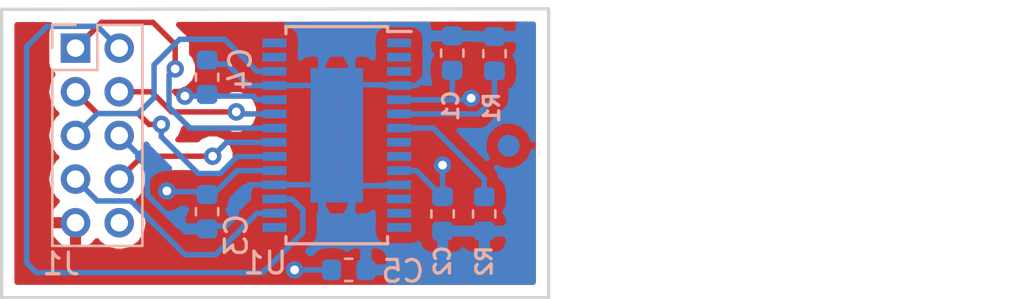
<source format=kicad_pcb>
(kicad_pcb (version 20171130) (host pcbnew 5.0.0-fee4fd1~66~ubuntu18.04.1)

  (general
    (thickness 1.6)
    (drawings 4)
    (tracks 129)
    (zones 0)
    (modules 10)
    (nets 12)
  )

  (page A4)
  (layers
    (0 F.Cu signal)
    (31 B.Cu signal)
    (32 B.Adhes user)
    (33 F.Adhes user)
    (34 B.Paste user)
    (35 F.Paste user)
    (36 B.SilkS user)
    (37 F.SilkS user)
    (38 B.Mask user)
    (39 F.Mask user)
    (40 Dwgs.User user)
    (41 Cmts.User user)
    (42 Eco1.User user)
    (43 Eco2.User user)
    (44 Edge.Cuts user)
    (45 Margin user)
    (46 B.CrtYd user)
    (47 F.CrtYd user)
    (48 B.Fab user)
    (49 F.Fab user)
  )

  (setup
    (last_trace_width 0.25)
    (trace_clearance 0.2)
    (zone_clearance 0.508)
    (zone_45_only no)
    (trace_min 0.2)
    (segment_width 0.2)
    (edge_width 0.15)
    (via_size 0.8)
    (via_drill 0.4)
    (via_min_size 0.4)
    (via_min_drill 0.3)
    (uvia_size 0.3)
    (uvia_drill 0.1)
    (uvias_allowed no)
    (uvia_min_size 0.2)
    (uvia_min_drill 0.1)
    (pcb_text_width 0.3)
    (pcb_text_size 1.5 1.5)
    (mod_edge_width 0.15)
    (mod_text_size 1 1)
    (mod_text_width 0.15)
    (pad_size 1.524 1.524)
    (pad_drill 0.762)
    (pad_to_mask_clearance 0.2)
    (aux_axis_origin 0 0)
    (visible_elements FFFFFF7F)
    (pcbplotparams
      (layerselection 0x010fc_ffffffff)
      (usegerberextensions false)
      (usegerberattributes false)
      (usegerberadvancedattributes false)
      (creategerberjobfile false)
      (excludeedgelayer true)
      (linewidth 0.100000)
      (plotframeref false)
      (viasonmask false)
      (mode 1)
      (useauxorigin false)
      (hpglpennumber 1)
      (hpglpenspeed 20)
      (hpglpendiameter 15.000000)
      (psnegative false)
      (psa4output false)
      (plotreference true)
      (plotvalue true)
      (plotinvisibletext false)
      (padsonsilk false)
      (subtractmaskfromsilk false)
      (outputformat 1)
      (mirror false)
      (drillshape 1)
      (scaleselection 1)
      (outputdirectory ""))
  )

  (net 0 "")
  (net 1 +3V3)
  (net 2 GND)
  (net 3 LFRAME#)
  (net 4 LAD2)
  (net 5 LAD1)
  (net 6 LAD0)
  (net 7 RST#)
  (net 8 LCLK)
  (net 9 "Net-(R1-Pad2)")
  (net 10 "Net-(R2-Pad2)")
  (net 11 LAD3)

  (net_class Default "This is the default net class."
    (clearance 0.2)
    (trace_width 0.25)
    (via_dia 0.8)
    (via_drill 0.4)
    (uvia_dia 0.3)
    (uvia_drill 0.1)
    (add_net +3V3)
    (add_net GND)
    (add_net LAD0)
    (add_net LAD1)
    (add_net LAD2)
    (add_net LAD3)
    (add_net LCLK)
    (add_net LFRAME#)
    (add_net "Net-(R1-Pad2)")
    (add_net "Net-(R2-Pad2)")
    (add_net RST#)
  )

  (module Resistor_SMD:R_0603_1608Metric (layer B.Cu) (tedit 5BA8F3C6) (tstamp 5BB5DE5A)
    (at 132.6896 104.3686 90)
    (descr "Resistor SMD 0603 (1608 Metric), square (rectangular) end terminal, IPC_7351 nominal, (Body size source: http://www.tortai-tech.com/upload/download/2011102023233369053.pdf), generated with kicad-footprint-generator")
    (tags resistor)
    (path /5BA8C6E4)
    (attr smd)
    (fp_text reference R2 (at -2.167197 0 90) (layer B.SilkS)
      (effects (font (size 0.7 0.7) (thickness 0.15)) (justify mirror))
    )
    (fp_text value 10k (at 0 -1.43 90) (layer B.Fab)
      (effects (font (size 1 1) (thickness 0.15)) (justify mirror))
    )
    (fp_text user %R (at 0 0 90) (layer B.Fab)
      (effects (font (size 0.4 0.4) (thickness 0.06)) (justify mirror))
    )
    (fp_line (start 1.48 -0.73) (end -1.48 -0.73) (layer B.CrtYd) (width 0.05))
    (fp_line (start 1.48 0.73) (end 1.48 -0.73) (layer B.CrtYd) (width 0.05))
    (fp_line (start -1.48 0.73) (end 1.48 0.73) (layer B.CrtYd) (width 0.05))
    (fp_line (start -1.48 -0.73) (end -1.48 0.73) (layer B.CrtYd) (width 0.05))
    (fp_line (start -0.162779 -0.51) (end 0.162779 -0.51) (layer B.SilkS) (width 0.12))
    (fp_line (start -0.162779 0.51) (end 0.162779 0.51) (layer B.SilkS) (width 0.12))
    (fp_line (start 0.8 -0.4) (end -0.8 -0.4) (layer B.Fab) (width 0.1))
    (fp_line (start 0.8 0.4) (end 0.8 -0.4) (layer B.Fab) (width 0.1))
    (fp_line (start -0.8 0.4) (end 0.8 0.4) (layer B.Fab) (width 0.1))
    (fp_line (start -0.8 -0.4) (end -0.8 0.4) (layer B.Fab) (width 0.1))
    (pad 2 smd roundrect (at 0.7875 0 90) (size 0.875 0.95) (layers B.Cu B.Paste B.Mask) (roundrect_rratio 0.25)
      (net 10 "Net-(R2-Pad2)"))
    (pad 1 smd roundrect (at -0.7875 0 90) (size 0.875 0.95) (layers B.Cu B.Paste B.Mask) (roundrect_rratio 0.25)
      (net 2 GND))
    (model ${KISYS3DMOD}/Resistor_SMD.3dshapes/R_0603_1608Metric.wrl
      (at (xyz 0 0 0))
      (scale (xyz 1 1 1))
      (rotate (xyz 0 0 0))
    )
  )

  (module Capacitor_SMD:C_0603_1608Metric (layer B.Cu) (tedit 5BA8F3CB) (tstamp 5BB5A9F0)
    (at 130.7846 104.3686 270)
    (descr "Capacitor SMD 0603 (1608 Metric), square (rectangular) end terminal, IPC_7351 nominal, (Body size source: http://www.tortai-tech.com/upload/download/2011102023233369053.pdf), generated with kicad-footprint-generator")
    (tags capacitor)
    (path /5BA9226E)
    (attr smd)
    (fp_text reference C2 (at 2.159 0 270) (layer B.SilkS)
      (effects (font (size 0.7 0.7) (thickness 0.15)) (justify mirror))
    )
    (fp_text value 100nF (at 0 -1.43 270) (layer B.Fab)
      (effects (font (size 1 1) (thickness 0.15)) (justify mirror))
    )
    (fp_text user %R (at 0 0 270) (layer B.Fab)
      (effects (font (size 0.4 0.4) (thickness 0.06)) (justify mirror))
    )
    (fp_line (start 1.48 -0.73) (end -1.48 -0.73) (layer B.CrtYd) (width 0.05))
    (fp_line (start 1.48 0.73) (end 1.48 -0.73) (layer B.CrtYd) (width 0.05))
    (fp_line (start -1.48 0.73) (end 1.48 0.73) (layer B.CrtYd) (width 0.05))
    (fp_line (start -1.48 -0.73) (end -1.48 0.73) (layer B.CrtYd) (width 0.05))
    (fp_line (start -0.162779 -0.51) (end 0.162779 -0.51) (layer B.SilkS) (width 0.12))
    (fp_line (start -0.162779 0.51) (end 0.162779 0.51) (layer B.SilkS) (width 0.12))
    (fp_line (start 0.8 -0.4) (end -0.8 -0.4) (layer B.Fab) (width 0.1))
    (fp_line (start 0.8 0.4) (end 0.8 -0.4) (layer B.Fab) (width 0.1))
    (fp_line (start -0.8 0.4) (end 0.8 0.4) (layer B.Fab) (width 0.1))
    (fp_line (start -0.8 -0.4) (end -0.8 0.4) (layer B.Fab) (width 0.1))
    (pad 2 smd roundrect (at 0.7875 0 270) (size 0.875 0.95) (layers B.Cu B.Paste B.Mask) (roundrect_rratio 0.25)
      (net 2 GND))
    (pad 1 smd roundrect (at -0.7875 0 270) (size 0.875 0.95) (layers B.Cu B.Paste B.Mask) (roundrect_rratio 0.25)
      (net 1 +3V3))
    (model ${KISYS3DMOD}/Capacitor_SMD.3dshapes/C_0603_1608Metric.wrl
      (at (xyz 0 0 0))
      (scale (xyz 1 1 1))
      (rotate (xyz 0 0 0))
    )
  )

  (module Connector_PinSocket_2.00mm:PinSocket_2x05_P2.00mm_Vertical (layer B.Cu) (tedit 5A19A427) (tstamp 5BC15473)
    (at 113.9952 96.774 180)
    (descr "Through hole straight socket strip, 2x05, 2.00mm pitch, double cols (from Kicad 4.0.7), script generated")
    (tags "Through hole socket strip THT 2x05 2.00mm double row")
    (path /5BA92036)
    (fp_text reference J1 (at 0.6604 -9.8806 180) (layer B.SilkS)
      (effects (font (size 1 1) (thickness 0.15)) (justify mirror))
    )
    (fp_text value "SLB9665 header" (at -3.2893 -10.16 180) (layer B.Fab)
      (effects (font (size 1 1) (thickness 0.15)) (justify mirror))
    )
    (fp_line (start -3 1) (end 0 1) (layer B.Fab) (width 0.1))
    (fp_line (start 0 1) (end 1 0) (layer B.Fab) (width 0.1))
    (fp_line (start 1 0) (end 1 -9) (layer B.Fab) (width 0.1))
    (fp_line (start 1 -9) (end -3 -9) (layer B.Fab) (width 0.1))
    (fp_line (start -3 -9) (end -3 1) (layer B.Fab) (width 0.1))
    (fp_line (start -3.06 1.06) (end -1 1.06) (layer B.SilkS) (width 0.12))
    (fp_line (start -3.06 1.06) (end -3.06 -9.06) (layer B.SilkS) (width 0.12))
    (fp_line (start -3.06 -9.06) (end 1.06 -9.06) (layer B.SilkS) (width 0.12))
    (fp_line (start 1.06 -1) (end 1.06 -9.06) (layer B.SilkS) (width 0.12))
    (fp_line (start -1 -1) (end 1.06 -1) (layer B.SilkS) (width 0.12))
    (fp_line (start -1 1.06) (end -1 -1) (layer B.SilkS) (width 0.12))
    (fp_line (start 1.06 1.06) (end 1.06 0) (layer B.SilkS) (width 0.12))
    (fp_line (start 0 1.06) (end 1.06 1.06) (layer B.SilkS) (width 0.12))
    (fp_line (start -3.5 1.5) (end 1.5 1.5) (layer B.CrtYd) (width 0.05))
    (fp_line (start 1.5 1.5) (end 1.5 -9.5) (layer B.CrtYd) (width 0.05))
    (fp_line (start 1.5 -9.5) (end -3.5 -9.5) (layer B.CrtYd) (width 0.05))
    (fp_line (start -3.5 -9.5) (end -3.5 1.5) (layer B.CrtYd) (width 0.05))
    (fp_text user %R (at -1 -4 90) (layer B.Fab)
      (effects (font (size 1 1) (thickness 0.15)) (justify mirror))
    )
    (pad 1 thru_hole rect (at 0 0 180) (size 1.35 1.35) (drill 0.8) (layers *.Cu *.Mask)
      (net 3 LFRAME#))
    (pad 2 thru_hole oval (at -2 0 180) (size 1.35 1.35) (drill 0.8) (layers *.Cu *.Mask)
      (net 11 LAD3))
    (pad 3 thru_hole oval (at 0 -2 180) (size 1.35 1.35) (drill 0.8) (layers *.Cu *.Mask)
      (net 4 LAD2))
    (pad 4 thru_hole oval (at -2 -2 180) (size 1.35 1.35) (drill 0.8) (layers *.Cu *.Mask)
      (net 5 LAD1))
    (pad 5 thru_hole oval (at 0 -4 180) (size 1.35 1.35) (drill 0.8) (layers *.Cu *.Mask)
      (net 6 LAD0))
    (pad 6 thru_hole oval (at -2 -4 180) (size 1.35 1.35) (drill 0.8) (layers *.Cu *.Mask)
      (net 2 GND))
    (pad 7 thru_hole oval (at 0 -6 180) (size 1.35 1.35) (drill 0.8) (layers *.Cu *.Mask)
      (net 7 RST#))
    (pad 8 thru_hole oval (at -2 -6 180) (size 1.35 1.35) (drill 0.8) (layers *.Cu *.Mask)
      (net 8 LCLK))
    (pad 9 thru_hole oval (at 0 -8 180) (size 1.35 1.35) (drill 0.8) (layers *.Cu *.Mask)
      (net 1 +3V3))
    (pad 10 thru_hole oval (at -2 -8 180) (size 1.35 1.35) (drill 0.8) (layers *.Cu *.Mask))
    (model ${KISYS3DMOD}/Connector_PinSocket_2.00mm.3dshapes/PinSocket_2x05_P2.00mm_Vertical.wrl
      (at (xyz 0 0 0))
      (scale (xyz 1 1 1))
      (rotate (xyz 0 0 0))
    )
  )

  (module Package_SO:TSSOP-28-1EP_4.4x9.7mm_P0.65mm (layer B.Cu) (tedit 5A02F25C) (tstamp 5BB5A859)
    (at 125.9459 100.7618 180)
    (descr "TSSOP28: plastic thin shrink small outline package; 28 leads; body width 4.4 mm; Exposed Pad Variation; (see NXP SSOP-TSSOP-VSO-REFLOW.pdf and sot361-1_po.pdf)")
    (tags "SSOP 0.65")
    (path /5BA8F941)
    (attr smd)
    (fp_text reference U1 (at 3.2639 -5.8547 180) (layer B.SilkS)
      (effects (font (size 1 1) (thickness 0.15)) (justify mirror))
    )
    (fp_text value SLB9665 (at 0 -5.9 180) (layer B.Fab)
      (effects (font (size 1 1) (thickness 0.15)) (justify mirror))
    )
    (fp_line (start -1.2 4.85) (end 2.2 4.85) (layer B.Fab) (width 0.15))
    (fp_line (start 2.2 4.85) (end 2.2 -4.85) (layer B.Fab) (width 0.15))
    (fp_line (start 2.2 -4.85) (end -2.2 -4.85) (layer B.Fab) (width 0.15))
    (fp_line (start -2.2 -4.85) (end -2.2 3.85) (layer B.Fab) (width 0.15))
    (fp_line (start -2.2 3.85) (end -1.2 4.85) (layer B.Fab) (width 0.15))
    (fp_line (start -3.65 5.15) (end -3.65 -5.15) (layer B.CrtYd) (width 0.05))
    (fp_line (start 3.65 5.15) (end 3.65 -5.15) (layer B.CrtYd) (width 0.05))
    (fp_line (start -3.65 5.15) (end 3.65 5.15) (layer B.CrtYd) (width 0.05))
    (fp_line (start -3.65 -5.15) (end 3.65 -5.15) (layer B.CrtYd) (width 0.05))
    (fp_line (start -2.325 4.975) (end -2.325 4.75) (layer B.SilkS) (width 0.15))
    (fp_line (start 2.325 4.975) (end 2.325 4.65) (layer B.SilkS) (width 0.15))
    (fp_line (start 2.325 -4.975) (end 2.325 -4.65) (layer B.SilkS) (width 0.15))
    (fp_line (start -2.325 -4.975) (end -2.325 -4.65) (layer B.SilkS) (width 0.15))
    (fp_line (start -2.325 4.975) (end 2.325 4.975) (layer B.SilkS) (width 0.15))
    (fp_line (start -2.325 -4.975) (end 2.325 -4.975) (layer B.SilkS) (width 0.15))
    (fp_line (start -2.325 4.75) (end -3.4 4.75) (layer B.SilkS) (width 0.15))
    (fp_text user %R (at 0 0 180) (layer B.Fab)
      (effects (font (size 0.8 0.8) (thickness 0.15)) (justify mirror))
    )
    (pad 1 smd rect (at -2.85 4.225 180) (size 1.1 0.4) (layers B.Cu B.Paste B.Mask))
    (pad 2 smd rect (at -2.85 3.575 180) (size 1.1 0.4) (layers B.Cu B.Paste B.Mask))
    (pad 3 smd rect (at -2.85 2.925 180) (size 1.1 0.4) (layers B.Cu B.Paste B.Mask))
    (pad 4 smd rect (at -2.85 2.275 180) (size 1.1 0.4) (layers B.Cu B.Paste B.Mask)
      (net 2 GND))
    (pad 5 smd rect (at -2.85 1.625 180) (size 1.1 0.4) (layers B.Cu B.Paste B.Mask)
      (net 1 +3V3))
    (pad 6 smd rect (at -2.85 0.975 180) (size 1.1 0.4) (layers B.Cu B.Paste B.Mask)
      (net 9 "Net-(R1-Pad2)"))
    (pad 7 smd rect (at -2.85 0.325 180) (size 1.1 0.4) (layers B.Cu B.Paste B.Mask)
      (net 10 "Net-(R2-Pad2)"))
    (pad 8 smd rect (at -2.85 -0.325 180) (size 1.1 0.4) (layers B.Cu B.Paste B.Mask))
    (pad 9 smd rect (at -2.85 -0.975 180) (size 1.1 0.4) (layers B.Cu B.Paste B.Mask))
    (pad 10 smd rect (at -2.85 -1.625 180) (size 1.1 0.4) (layers B.Cu B.Paste B.Mask)
      (net 1 +3V3))
    (pad 11 smd rect (at -2.85 -2.275 180) (size 1.1 0.4) (layers B.Cu B.Paste B.Mask)
      (net 2 GND))
    (pad 12 smd rect (at -2.85 -2.925 180) (size 1.1 0.4) (layers B.Cu B.Paste B.Mask))
    (pad 13 smd rect (at -2.85 -3.575 180) (size 1.1 0.4) (layers B.Cu B.Paste B.Mask))
    (pad 14 smd rect (at -2.85 -4.225 180) (size 1.1 0.4) (layers B.Cu B.Paste B.Mask))
    (pad 15 smd rect (at 2.85 -4.225 180) (size 1.1 0.4) (layers B.Cu B.Paste B.Mask))
    (pad 16 smd rect (at 2.85 -3.575 180) (size 1.1 0.4) (layers B.Cu B.Paste B.Mask)
      (net 7 RST#))
    (pad 17 smd rect (at 2.85 -2.925 180) (size 1.1 0.4) (layers B.Cu B.Paste B.Mask)
      (net 11 LAD3))
    (pad 18 smd rect (at 2.85 -2.275 180) (size 1.1 0.4) (layers B.Cu B.Paste B.Mask)
      (net 2 GND))
    (pad 19 smd rect (at 2.85 -1.625 180) (size 1.1 0.4) (layers B.Cu B.Paste B.Mask)
      (net 1 +3V3))
    (pad 20 smd rect (at 2.85 -0.975 180) (size 1.1 0.4) (layers B.Cu B.Paste B.Mask)
      (net 4 LAD2))
    (pad 21 smd rect (at 2.85 -0.325 180) (size 1.1 0.4) (layers B.Cu B.Paste B.Mask)
      (net 8 LCLK))
    (pad 22 smd rect (at 2.85 0.325 180) (size 1.1 0.4) (layers B.Cu B.Paste B.Mask)
      (net 3 LFRAME#))
    (pad 23 smd rect (at 2.85 0.975 180) (size 1.1 0.4) (layers B.Cu B.Paste B.Mask)
      (net 5 LAD1))
    (pad 24 smd rect (at 2.85 1.625 180) (size 1.1 0.4) (layers B.Cu B.Paste B.Mask)
      (net 1 +3V3))
    (pad 25 smd rect (at 2.85 2.275 180) (size 1.1 0.4) (layers B.Cu B.Paste B.Mask)
      (net 2 GND))
    (pad 26 smd rect (at 2.85 2.925 180) (size 1.1 0.4) (layers B.Cu B.Paste B.Mask)
      (net 6 LAD0))
    (pad 27 smd rect (at 2.85 3.575 180) (size 1.1 0.4) (layers B.Cu B.Paste B.Mask))
    (pad 28 smd rect (at 2.85 4.225 180) (size 1.1 0.4) (layers B.Cu B.Paste B.Mask))
    (pad 29 smd rect (at 0.6 -2.31375 180) (size 1.2 1.5425) (layers B.Cu B.Paste B.Mask)
      (net 2 GND) (solder_paste_margin_ratio -0.2))
    (pad 29 smd rect (at 0.6 -0.77125 180) (size 1.2 1.5425) (layers B.Cu B.Paste B.Mask)
      (net 2 GND) (solder_paste_margin_ratio -0.2))
    (pad 29 smd rect (at 0.6 0.77125 180) (size 1.2 1.5425) (layers B.Cu B.Paste B.Mask)
      (net 2 GND) (solder_paste_margin_ratio -0.2))
    (pad 29 smd rect (at 0.6 2.31375 180) (size 1.2 1.5425) (layers B.Cu B.Paste B.Mask)
      (net 2 GND) (solder_paste_margin_ratio -0.2))
    (pad 29 smd rect (at -0.6 -2.31375 180) (size 1.2 1.5425) (layers B.Cu B.Paste B.Mask)
      (net 2 GND) (solder_paste_margin_ratio -0.2))
    (pad 29 smd rect (at -0.6 -0.77125 180) (size 1.2 1.5425) (layers B.Cu B.Paste B.Mask)
      (net 2 GND) (solder_paste_margin_ratio -0.2))
    (pad 29 smd rect (at -0.6 0.77125 180) (size 1.2 1.5425) (layers B.Cu B.Paste B.Mask)
      (net 2 GND) (solder_paste_margin_ratio -0.2))
    (pad 29 smd rect (at -0.6 2.31375 180) (size 1.2 1.5425) (layers B.Cu B.Paste B.Mask)
      (net 2 GND) (solder_paste_margin_ratio -0.2))
    (model ${KISYS3DMOD}/Package_SO.3dshapes/TSSOP-28_4.4x9.7mm_Pitch0.65mm.wrl
      (at (xyz 0 0 0))
      (scale (xyz 1 1 1))
      (rotate (xyz 0 0 0))
    )
  )

  (module Capacitor_SMD:C_0603_1608Metric (layer B.Cu) (tedit 5BA8F3A9) (tstamp 5BB5A8DF)
    (at 131.2291 97.0026 90)
    (descr "Capacitor SMD 0603 (1608 Metric), square (rectangular) end terminal, IPC_7351 nominal, (Body size source: http://www.tortai-tech.com/upload/download/2011102023233369053.pdf), generated with kicad-footprint-generator")
    (tags capacitor)
    (path /5BA921FD)
    (attr smd)
    (fp_text reference C1 (at -2.413 -0.0635 90) (layer B.SilkS)
      (effects (font (size 0.7 0.7) (thickness 0.15)) (justify mirror))
    )
    (fp_text value 100nF (at 0 -1.43 90) (layer B.Fab)
      (effects (font (size 1 1) (thickness 0.15)) (justify mirror))
    )
    (fp_line (start -0.8 -0.4) (end -0.8 0.4) (layer B.Fab) (width 0.1))
    (fp_line (start -0.8 0.4) (end 0.8 0.4) (layer B.Fab) (width 0.1))
    (fp_line (start 0.8 0.4) (end 0.8 -0.4) (layer B.Fab) (width 0.1))
    (fp_line (start 0.8 -0.4) (end -0.8 -0.4) (layer B.Fab) (width 0.1))
    (fp_line (start -0.162779 0.51) (end 0.162779 0.51) (layer B.SilkS) (width 0.12))
    (fp_line (start -0.162779 -0.51) (end 0.162779 -0.51) (layer B.SilkS) (width 0.12))
    (fp_line (start -1.48 -0.73) (end -1.48 0.73) (layer B.CrtYd) (width 0.05))
    (fp_line (start -1.48 0.73) (end 1.48 0.73) (layer B.CrtYd) (width 0.05))
    (fp_line (start 1.48 0.73) (end 1.48 -0.73) (layer B.CrtYd) (width 0.05))
    (fp_line (start 1.48 -0.73) (end -1.48 -0.73) (layer B.CrtYd) (width 0.05))
    (fp_text user %R (at 0 0 90) (layer B.Fab)
      (effects (font (size 0.4 0.4) (thickness 0.06)) (justify mirror))
    )
    (pad 1 smd roundrect (at -0.7875 0 90) (size 0.875 0.95) (layers B.Cu B.Paste B.Mask) (roundrect_rratio 0.25)
      (net 1 +3V3))
    (pad 2 smd roundrect (at 0.7875 0 90) (size 0.875 0.95) (layers B.Cu B.Paste B.Mask) (roundrect_rratio 0.25)
      (net 2 GND))
    (model ${KISYS3DMOD}/Capacitor_SMD.3dshapes/C_0603_1608Metric.wrl
      (at (xyz 0 0 0))
      (scale (xyz 1 1 1))
      (rotate (xyz 0 0 0))
    )
  )

  (module Capacitor_SMD:C_0603_1608Metric (layer B.Cu) (tedit 5BA8F026) (tstamp 5BB5B9C4)
    (at 120.015 104.267 270)
    (descr "Capacitor SMD 0603 (1608 Metric), square (rectangular) end terminal, IPC_7351 nominal, (Body size source: http://www.tortai-tech.com/upload/download/2011102023233369053.pdf), generated with kicad-footprint-generator")
    (tags capacitor)
    (path /5BA922AC)
    (attr smd)
    (fp_text reference C3 (at 1.0795 -1.3335 270) (layer B.SilkS)
      (effects (font (size 1 1) (thickness 0.15)) (justify mirror))
    )
    (fp_text value 100nF (at 0 -1.43 270) (layer B.Fab)
      (effects (font (size 1 1) (thickness 0.15)) (justify mirror))
    )
    (fp_line (start -0.8 -0.4) (end -0.8 0.4) (layer B.Fab) (width 0.1))
    (fp_line (start -0.8 0.4) (end 0.8 0.4) (layer B.Fab) (width 0.1))
    (fp_line (start 0.8 0.4) (end 0.8 -0.4) (layer B.Fab) (width 0.1))
    (fp_line (start 0.8 -0.4) (end -0.8 -0.4) (layer B.Fab) (width 0.1))
    (fp_line (start -0.162779 0.51) (end 0.162779 0.51) (layer B.SilkS) (width 0.12))
    (fp_line (start -0.162779 -0.51) (end 0.162779 -0.51) (layer B.SilkS) (width 0.12))
    (fp_line (start -1.48 -0.73) (end -1.48 0.73) (layer B.CrtYd) (width 0.05))
    (fp_line (start -1.48 0.73) (end 1.48 0.73) (layer B.CrtYd) (width 0.05))
    (fp_line (start 1.48 0.73) (end 1.48 -0.73) (layer B.CrtYd) (width 0.05))
    (fp_line (start 1.48 -0.73) (end -1.48 -0.73) (layer B.CrtYd) (width 0.05))
    (fp_text user %R (at 0 0 270) (layer B.Fab)
      (effects (font (size 0.4 0.4) (thickness 0.06)) (justify mirror))
    )
    (pad 1 smd roundrect (at -0.7875 0 270) (size 0.875 0.95) (layers B.Cu B.Paste B.Mask) (roundrect_rratio 0.25)
      (net 1 +3V3))
    (pad 2 smd roundrect (at 0.7875 0 270) (size 0.875 0.95) (layers B.Cu B.Paste B.Mask) (roundrect_rratio 0.25)
      (net 2 GND))
    (model ${KISYS3DMOD}/Capacitor_SMD.3dshapes/C_0603_1608Metric.wrl
      (at (xyz 0 0 0))
      (scale (xyz 1 1 1))
      (rotate (xyz 0 0 0))
    )
  )

  (module Capacitor_SMD:C_0603_1608Metric (layer B.Cu) (tedit 5BA8F28C) (tstamp 5BB5A969)
    (at 120.015 98.1075 90)
    (descr "Capacitor SMD 0603 (1608 Metric), square (rectangular) end terminal, IPC_7351 nominal, (Body size source: http://www.tortai-tech.com/upload/download/2011102023233369053.pdf), generated with kicad-footprint-generator")
    (tags capacitor)
    (path /5BA922DA)
    (attr smd)
    (fp_text reference C4 (at 0.381 1.524 90) (layer B.SilkS)
      (effects (font (size 1 1) (thickness 0.15)) (justify mirror))
    )
    (fp_text value 100nF (at 0 -1.43 90) (layer B.Fab)
      (effects (font (size 1 1) (thickness 0.15)) (justify mirror))
    )
    (fp_text user %R (at 0 0 90) (layer B.Fab)
      (effects (font (size 0.4 0.4) (thickness 0.06)) (justify mirror))
    )
    (fp_line (start 1.48 -0.73) (end -1.48 -0.73) (layer B.CrtYd) (width 0.05))
    (fp_line (start 1.48 0.73) (end 1.48 -0.73) (layer B.CrtYd) (width 0.05))
    (fp_line (start -1.48 0.73) (end 1.48 0.73) (layer B.CrtYd) (width 0.05))
    (fp_line (start -1.48 -0.73) (end -1.48 0.73) (layer B.CrtYd) (width 0.05))
    (fp_line (start -0.162779 -0.51) (end 0.162779 -0.51) (layer B.SilkS) (width 0.12))
    (fp_line (start -0.162779 0.51) (end 0.162779 0.51) (layer B.SilkS) (width 0.12))
    (fp_line (start 0.8 -0.4) (end -0.8 -0.4) (layer B.Fab) (width 0.1))
    (fp_line (start 0.8 0.4) (end 0.8 -0.4) (layer B.Fab) (width 0.1))
    (fp_line (start -0.8 0.4) (end 0.8 0.4) (layer B.Fab) (width 0.1))
    (fp_line (start -0.8 -0.4) (end -0.8 0.4) (layer B.Fab) (width 0.1))
    (pad 2 smd roundrect (at 0.7875 0 90) (size 0.875 0.95) (layers B.Cu B.Paste B.Mask) (roundrect_rratio 0.25)
      (net 2 GND))
    (pad 1 smd roundrect (at -0.7875 0 90) (size 0.875 0.95) (layers B.Cu B.Paste B.Mask) (roundrect_rratio 0.25)
      (net 1 +3V3))
    (model ${KISYS3DMOD}/Capacitor_SMD.3dshapes/C_0603_1608Metric.wrl
      (at (xyz 0 0 0))
      (scale (xyz 1 1 1))
      (rotate (xyz 0 0 0))
    )
  )

  (module Capacitor_SMD:C_0603_1608Metric (layer B.Cu) (tedit 5B301BBE) (tstamp 5BB5A046)
    (at 126.492 106.934)
    (descr "Capacitor SMD 0603 (1608 Metric), square (rectangular) end terminal, IPC_7351 nominal, (Body size source: http://www.tortai-tech.com/upload/download/2011102023233369053.pdf), generated with kicad-footprint-generator")
    (tags capacitor)
    (path /5BA957C9)
    (attr smd)
    (fp_text reference C5 (at 2.4765 0.0635) (layer B.SilkS)
      (effects (font (size 1 1) (thickness 0.15)) (justify mirror))
    )
    (fp_text value 1uF (at 0 -1.43) (layer B.Fab)
      (effects (font (size 1 1) (thickness 0.15)) (justify mirror))
    )
    (fp_line (start -0.8 -0.4) (end -0.8 0.4) (layer B.Fab) (width 0.1))
    (fp_line (start -0.8 0.4) (end 0.8 0.4) (layer B.Fab) (width 0.1))
    (fp_line (start 0.8 0.4) (end 0.8 -0.4) (layer B.Fab) (width 0.1))
    (fp_line (start 0.8 -0.4) (end -0.8 -0.4) (layer B.Fab) (width 0.1))
    (fp_line (start -0.162779 0.51) (end 0.162779 0.51) (layer B.SilkS) (width 0.12))
    (fp_line (start -0.162779 -0.51) (end 0.162779 -0.51) (layer B.SilkS) (width 0.12))
    (fp_line (start -1.48 -0.73) (end -1.48 0.73) (layer B.CrtYd) (width 0.05))
    (fp_line (start -1.48 0.73) (end 1.48 0.73) (layer B.CrtYd) (width 0.05))
    (fp_line (start 1.48 0.73) (end 1.48 -0.73) (layer B.CrtYd) (width 0.05))
    (fp_line (start 1.48 -0.73) (end -1.48 -0.73) (layer B.CrtYd) (width 0.05))
    (fp_text user %R (at 0 0) (layer B.Fab)
      (effects (font (size 0.4 0.4) (thickness 0.06)) (justify mirror))
    )
    (pad 1 smd roundrect (at -0.7875 0) (size 0.875 0.95) (layers B.Cu B.Paste B.Mask) (roundrect_rratio 0.25)
      (net 1 +3V3))
    (pad 2 smd roundrect (at 0.7875 0) (size 0.875 0.95) (layers B.Cu B.Paste B.Mask) (roundrect_rratio 0.25)
      (net 2 GND))
    (model ${KISYS3DMOD}/Capacitor_SMD.3dshapes/C_0603_1608Metric.wrl
      (at (xyz 0 0 0))
      (scale (xyz 1 1 1))
      (rotate (xyz 0 0 0))
    )
  )

  (module Resistor_SMD:R_0603_1608Metric (layer B.Cu) (tedit 5BA8F3B3) (tstamp 5BB5AA3E)
    (at 133.1595 97.028 270)
    (descr "Resistor SMD 0603 (1608 Metric), square (rectangular) end terminal, IPC_7351 nominal, (Body size source: http://www.tortai-tech.com/upload/download/2011102023233369053.pdf), generated with kicad-footprint-generator")
    (tags resistor)
    (path /5BA8C673)
    (attr smd)
    (fp_text reference R1 (at 2.4765 0.127 270) (layer B.SilkS)
      (effects (font (size 0.7 0.7) (thickness 0.15)) (justify mirror))
    )
    (fp_text value 10k (at 0 -1.43 270) (layer B.Fab)
      (effects (font (size 1 1) (thickness 0.15)) (justify mirror))
    )
    (fp_line (start -0.8 -0.4) (end -0.8 0.4) (layer B.Fab) (width 0.1))
    (fp_line (start -0.8 0.4) (end 0.8 0.4) (layer B.Fab) (width 0.1))
    (fp_line (start 0.8 0.4) (end 0.8 -0.4) (layer B.Fab) (width 0.1))
    (fp_line (start 0.8 -0.4) (end -0.8 -0.4) (layer B.Fab) (width 0.1))
    (fp_line (start -0.162779 0.51) (end 0.162779 0.51) (layer B.SilkS) (width 0.12))
    (fp_line (start -0.162779 -0.51) (end 0.162779 -0.51) (layer B.SilkS) (width 0.12))
    (fp_line (start -1.48 -0.73) (end -1.48 0.73) (layer B.CrtYd) (width 0.05))
    (fp_line (start -1.48 0.73) (end 1.48 0.73) (layer B.CrtYd) (width 0.05))
    (fp_line (start 1.48 0.73) (end 1.48 -0.73) (layer B.CrtYd) (width 0.05))
    (fp_line (start 1.48 -0.73) (end -1.48 -0.73) (layer B.CrtYd) (width 0.05))
    (fp_text user %R (at 0 0 270) (layer B.Fab)
      (effects (font (size 0.4 0.4) (thickness 0.06)) (justify mirror))
    )
    (pad 1 smd roundrect (at -0.7875 0 270) (size 0.875 0.95) (layers B.Cu B.Paste B.Mask) (roundrect_rratio 0.25)
      (net 2 GND))
    (pad 2 smd roundrect (at 0.7875 0 270) (size 0.875 0.95) (layers B.Cu B.Paste B.Mask) (roundrect_rratio 0.25)
      (net 9 "Net-(R1-Pad2)"))
    (model ${KISYS3DMOD}/Resistor_SMD.3dshapes/R_0603_1608Metric.wrl
      (at (xyz 0 0 0))
      (scale (xyz 1 1 1))
      (rotate (xyz 0 0 0))
    )
  )

  (module Fiducial:Fiducial_1mm_Dia_2mm_Outer (layer B.Cu) (tedit 5BA8F95F) (tstamp 5BB5E626)
    (at 133.8072 101.2444)
    (descr "Circular Fiducial, 1mm bare copper top; 2mm keepout (Level A)")
    (tags marker)
    (attr virtual)
    (fp_text reference REF** (at 0 2) (layer B.SilkS) hide
      (effects (font (size 1 1) (thickness 0.15)) (justify mirror))
    )
    (fp_text value Fiducial_1mm_Dia_2mm_Outer (at 12.1666 -1.3208) (layer B.Fab)
      (effects (font (size 1 1) (thickness 0.15)) (justify mirror))
    )
    (fp_circle (center 0 0) (end 1.25 0) (layer B.CrtYd) (width 0.05))
    (fp_text user %R (at 0 0) (layer B.Fab)
      (effects (font (size 0.4 0.4) (thickness 0.06)) (justify mirror))
    )
    (fp_circle (center 0 0) (end 1 0) (layer B.Fab) (width 0.1))
    (pad ~ smd circle (at 0 0) (size 1 1) (layers B.Cu B.Mask)
      (solder_mask_margin 0.5) (clearance 0.5))
  )

  (gr_line (start 110.617 108.204) (end 110.617 94.996) (layer Edge.Cuts) (width 0.15))
  (gr_line (start 135.636 108.204) (end 110.617 108.204) (layer Edge.Cuts) (width 0.15))
  (gr_line (start 135.636 94.9706) (end 135.636 108.204) (layer Edge.Cuts) (width 0.15))
  (gr_line (start 110.617 94.996) (end 135.636 94.9706) (layer Edge.Cuts) (width 0.15))

  (segment (start 132.0927 99.2124) (end 131.8895 99.0092) (width 0.25) (layer F.Cu) (net 1) (tstamp 5BB5A81C))
  (segment (start 132.0177 99.14025) (end 132.0927 99.06525) (width 0.25) (layer B.Cu) (net 1) (tstamp 5BB5A933))
  (via (at 132.0927 99.06525) (size 0.8) (drill 0.4) (layers F.Cu B.Cu) (net 1) (tstamp 5BB5A93F))
  (segment (start 132.0927 99.06525) (end 132.0927 99.2124) (width 0.25) (layer F.Cu) (net 1) (tstamp 5BB5A81F))
  (segment (start 123.053988 102.344888) (end 123.0959 102.3868) (width 0.25) (layer B.Cu) (net 1) (tstamp 5BB5A816))
  (via (at 124.0155 106.934) (size 0.8) (drill 0.4) (layers F.Cu B.Cu) (net 1))
  (segment (start 125.7045 106.934) (end 124.0155 106.934) (width 0.25) (layer B.Cu) (net 1))
  (segment (start 131.2291 99.11485) (end 131.2545 99.14025) (width 0.25) (layer B.Cu) (net 1))
  (segment (start 131.2291 97.7901) (end 131.2291 99.11485) (width 0.25) (layer B.Cu) (net 1))
  (segment (start 130.79325 99.14025) (end 131.2545 99.14025) (width 0.25) (layer B.Cu) (net 1))
  (segment (start 131.2545 99.14025) (end 132.0177 99.14025) (width 0.25) (layer B.Cu) (net 1))
  (segment (start 123.091988 102.382888) (end 123.0959 102.3868) (width 0.25) (layer B.Cu) (net 1))
  (via (at 118.1735 103.3145) (size 0.8) (drill 0.4) (layers F.Cu B.Cu) (net 1))
  (segment (start 119.634 103.3525) (end 118.2115 103.3525) (width 0.25) (layer B.Cu) (net 1))
  (segment (start 118.2115 103.3525) (end 118.1735 103.3145) (width 0.25) (layer B.Cu) (net 1))
  (segment (start 130.7898 99.1368) (end 130.79325 99.14025) (width 0.25) (layer B.Cu) (net 1))
  (segment (start 128.7959 99.1368) (end 130.7898 99.1368) (width 0.25) (layer B.Cu) (net 1))
  (segment (start 119.634 103.3525) (end 120.416415 103.3525) (width 0.25) (layer B.Cu) (net 1))
  (segment (start 121.382115 102.3868) (end 122.2959 102.3868) (width 0.25) (layer B.Cu) (net 1))
  (segment (start 122.2959 102.3868) (end 123.0959 102.3868) (width 0.25) (layer B.Cu) (net 1))
  (segment (start 120.416415 103.3525) (end 121.382115 102.3868) (width 0.25) (layer B.Cu) (net 1))
  (segment (start 122.2959 99.1368) (end 122.12909 98.96999) (width 0.25) (layer B.Cu) (net 1))
  (segment (start 123.0959 99.1368) (end 122.2959 99.1368) (width 0.25) (layer B.Cu) (net 1))
  (segment (start 119.564685 98.96999) (end 118.999 98.96999) (width 0.25) (layer B.Cu) (net 1))
  (via (at 118.999 98.96999) (size 0.8) (drill 0.4) (layers F.Cu B.Cu) (net 1))
  (segment (start 122.12909 98.96999) (end 119.564685 98.96999) (width 0.25) (layer B.Cu) (net 1))
  (segment (start 129.5903 102.3868) (end 130.7846 103.5811) (width 0.25) (layer B.Cu) (net 1))
  (segment (start 128.7959 102.3868) (end 129.5903 102.3868) (width 0.25) (layer B.Cu) (net 1))
  (via (at 130.7846 102.1334) (size 0.8) (drill 0.4) (layers F.Cu B.Cu) (net 1))
  (segment (start 130.7846 103.5811) (end 130.7846 102.1334) (width 0.25) (layer B.Cu) (net 1))
  (segment (start 125.81175 103.04025) (end 125.8505 103.079) (width 0.25) (layer B.Cu) (net 2) (tstamp 5BB5A942))
  (segment (start 128.06175 103.079) (end 128.1005 103.04025) (width 0.25) (layer B.Cu) (net 2) (tstamp 5BB5A7F5))
  (segment (start 125.8505 103.079) (end 128.06175 103.079) (width 0.25) (layer B.Cu) (net 2) (tstamp 5BB5A7F8))
  (segment (start 128.1005 103.04025) (end 128.9005 103.04025) (width 0.25) (layer B.Cu) (net 2) (tstamp 5BB5AA26))
  (segment (start 125.8505 98.4515) (end 125.81175 98.49025) (width 0.25) (layer B.Cu) (net 2) (tstamp 5BB5A930))
  (segment (start 128.06175 98.4515) (end 125.8505 98.4515) (width 0.25) (layer B.Cu) (net 2) (tstamp 5BB5AA23))
  (segment (start 128.1005 98.49025) (end 128.06175 98.4515) (width 0.25) (layer B.Cu) (net 2) (tstamp 5BB5A927))
  (segment (start 128.9005 98.49025) (end 128.1005 98.49025) (width 0.25) (layer B.Cu) (net 2) (tstamp 5BB5A9C0))
  (segment (start 129.5959 98.4868) (end 130.1115 97.9712) (width 0.25) (layer B.Cu) (net 2))
  (segment (start 128.7959 98.4868) (end 129.5959 98.4868) (width 0.25) (layer B.Cu) (net 2))
  (segment (start 130.1115 97.9712) (end 130.1115 96.393) (width 0.25) (layer B.Cu) (net 2))
  (segment (start 130.2894 96.2151) (end 131.2291 96.2151) (width 0.25) (layer B.Cu) (net 2))
  (segment (start 130.1115 96.393) (end 130.2894 96.2151) (width 0.25) (layer B.Cu) (net 2))
  (segment (start 125.30715 103.0368) (end 125.3459 103.07555) (width 0.25) (layer B.Cu) (net 2))
  (segment (start 123.0959 103.0368) (end 125.30715 103.0368) (width 0.25) (layer B.Cu) (net 2))
  (segment (start 120.3325 97.5105) (end 120.942 97.5105) (width 0.25) (layer B.Cu) (net 2))
  (segment (start 121.9183 98.4868) (end 123.0959 98.4868) (width 0.25) (layer B.Cu) (net 2))
  (segment (start 120.942 97.5105) (end 121.9183 98.4868) (width 0.25) (layer B.Cu) (net 2))
  (segment (start 125.30715 98.4868) (end 125.3459 98.44805) (width 0.25) (layer B.Cu) (net 2))
  (segment (start 123.0959 98.4868) (end 125.30715 98.4868) (width 0.25) (layer B.Cu) (net 2))
  (segment (start 119.634 104.9275) (end 120.8785 104.9275) (width 0.25) (layer B.Cu) (net 2))
  (segment (start 120.8785 104.9275) (end 121.3485 104.4575) (width 0.25) (layer B.Cu) (net 2))
  (segment (start 121.3485 104.4575) (end 121.3485 103.632) (width 0.25) (layer B.Cu) (net 2))
  (segment (start 121.9437 103.0368) (end 123.0959 103.0368) (width 0.25) (layer B.Cu) (net 2))
  (segment (start 121.3485 103.632) (end 121.9437 103.0368) (width 0.25) (layer B.Cu) (net 2))
  (segment (start 118.713498 104.9275) (end 117.2845 103.498502) (width 0.25) (layer B.Cu) (net 2))
  (segment (start 119.634 104.9275) (end 118.713498 104.9275) (width 0.25) (layer B.Cu) (net 2))
  (segment (start 117.2845 102.0633) (end 115.9952 100.774) (width 0.25) (layer B.Cu) (net 2))
  (segment (start 117.2845 103.498502) (end 117.2845 102.0633) (width 0.25) (layer B.Cu) (net 2))
  (segment (start 113.9952 96.774) (end 113.9952 96.7867) (width 0.25) (layer F.Cu) (net 3) (tstamp 5BB5A93C))
  (segment (start 113.9952 96.7867) (end 115.1879 95.594) (width 0.25) (layer F.Cu) (net 3) (tstamp 5BB5A939))
  (segment (start 123.0959 100.4368) (end 119.2328 100.4368) (width 0.25) (layer B.Cu) (net 3))
  (via (at 118.5545 97.7265) (size 0.8) (drill 0.4) (layers F.Cu B.Cu) (net 3))
  (segment (start 118.273999 98.007001) (end 118.5545 97.7265) (width 0.25) (layer B.Cu) (net 3))
  (segment (start 119.2328 100.4368) (end 118.273999 99.477999) (width 0.25) (layer B.Cu) (net 3))
  (segment (start 118.273999 99.477999) (end 118.273999 98.007001) (width 0.25) (layer B.Cu) (net 3))
  (segment (start 118.5545 97.7265) (end 118.5545 96.61) (width 0.25) (layer F.Cu) (net 3))
  (segment (start 115.1879 95.594) (end 117.5385 95.594) (width 0.25) (layer F.Cu) (net 3))
  (segment (start 118.5545 96.61) (end 117.5385 95.594) (width 0.25) (layer F.Cu) (net 3))
  (via (at 117.9195 100.2665) (size 0.8) (drill 0.4) (layers F.Cu B.Cu) (net 4))
  (segment (start 114.9952 99.774) (end 114.670199 99.448999) (width 0.25) (layer F.Cu) (net 4))
  (segment (start 114.670199 99.448999) (end 113.9952 98.774) (width 0.25) (layer F.Cu) (net 4))
  (segment (start 116.861315 99.774) (end 114.9952 99.774) (width 0.25) (layer F.Cu) (net 4))
  (segment (start 117.353815 100.2665) (end 116.861315 99.774) (width 0.25) (layer F.Cu) (net 4))
  (segment (start 117.9195 100.2665) (end 117.353815 100.2665) (width 0.25) (layer F.Cu) (net 4))
  (segment (start 121.395704 101.7368) (end 120.617002 102.515502) (width 0.25) (layer B.Cu) (net 4))
  (segment (start 123.0959 101.7368) (end 121.395704 101.7368) (width 0.25) (layer B.Cu) (net 4))
  (segment (start 117.9195 100.832185) (end 117.9195 100.2665) (width 0.25) (layer B.Cu) (net 4))
  (segment (start 120.617002 102.515502) (end 119.602817 102.515502) (width 0.25) (layer B.Cu) (net 4))
  (segment (start 119.602817 102.515502) (end 117.9195 100.832185) (width 0.25) (layer B.Cu) (net 4))
  (segment (start 121.4403 99.7868) (end 121.3485 99.695) (width 0.25) (layer B.Cu) (net 5))
  (segment (start 123.0959 99.7868) (end 121.4403 99.7868) (width 0.25) (layer B.Cu) (net 5))
  (via (at 121.3485 99.695) (size 0.8) (drill 0.4) (layers F.Cu B.Cu) (net 5))
  (segment (start 118.390501 99.695) (end 121.3485 99.695) (width 0.25) (layer F.Cu) (net 5))
  (segment (start 117.469501 98.774) (end 118.390501 99.695) (width 0.25) (layer F.Cu) (net 5))
  (segment (start 115.9952 98.774) (end 117.469501 98.774) (width 0.25) (layer F.Cu) (net 5))
  (segment (start 123.09245 97.84025) (end 123.0959 97.8368) (width 0.25) (layer B.Cu) (net 6) (tstamp 5BB5A80D))
  (segment (start 114.9952 99.774) (end 116.8527 99.774) (width 0.25) (layer B.Cu) (net 6) (tstamp 5BB5A810))
  (segment (start 122.2959 97.8368) (end 120.8267 96.3676) (width 0.25) (layer B.Cu) (net 6) (tstamp 5BB5A8CA))
  (segment (start 120.8267 96.3676) (end 118.7577 96.3676) (width 0.25) (layer B.Cu) (net 6) (tstamp 5BB5A8CD))
  (segment (start 118.7577 96.3676) (end 117.5893 97.536) (width 0.25) (layer B.Cu) (net 6) (tstamp 5BB5A900))
  (segment (start 123.0959 97.8368) (end 122.2959 97.8368) (width 0.25) (layer B.Cu) (net 6) (tstamp 5BB5A909))
  (segment (start 117.5893 99.0374) (end 116.8527 99.774) (width 0.25) (layer B.Cu) (net 6) (tstamp 5BB5A9CF))
  (segment (start 117.5893 97.536) (end 117.5893 99.0374) (width 0.25) (layer B.Cu) (net 6) (tstamp 5BB5AA29))
  (segment (start 113.9952 100.774) (end 114.9952 99.774) (width 0.25) (layer B.Cu) (net 6) (tstamp 5BB5AA2C))
  (segment (start 122.2959 104.3368) (end 123.0959 104.3368) (width 0.25) (layer B.Cu) (net 7))
  (segment (start 118.999 106.2355) (end 120.3972 106.2355) (width 0.25) (layer B.Cu) (net 7))
  (segment (start 116.5375 103.774) (end 118.999 106.2355) (width 0.25) (layer B.Cu) (net 7))
  (segment (start 113.9952 102.774) (end 114.9952 103.774) (width 0.25) (layer B.Cu) (net 7))
  (segment (start 120.3972 106.2355) (end 122.2959 104.3368) (width 0.25) (layer B.Cu) (net 7))
  (segment (start 114.9952 103.774) (end 116.5375 103.774) (width 0.25) (layer B.Cu) (net 7))
  (segment (start 122.39875 101.092) (end 122.4005 101.09025) (width 0.25) (layer B.Cu) (net 8) (tstamp 5BB5A7E9))
  (segment (start 123.0907 101.092) (end 123.0959 101.0868) (width 0.25) (layer B.Cu) (net 8) (tstamp 5BB5AA1A))
  (segment (start 122.39875 101.092) (end 123.0907 101.092) (width 0.25) (layer B.Cu) (net 8) (tstamp 5BB5A94B))
  (segment (start 119.703315 101.727002) (end 120.269 101.727002) (width 0.25) (layer F.Cu) (net 8))
  (segment (start 117.042198 101.727002) (end 119.703315 101.727002) (width 0.25) (layer F.Cu) (net 8))
  (segment (start 122.39875 101.092) (end 120.904002 101.092) (width 0.25) (layer B.Cu) (net 8))
  (segment (start 120.904002 101.092) (end 120.668999 101.327003) (width 0.25) (layer B.Cu) (net 8))
  (segment (start 115.9952 102.774) (end 117.042198 101.727002) (width 0.25) (layer F.Cu) (net 8))
  (via (at 120.269 101.727002) (size 0.8) (drill 0.4) (layers F.Cu B.Cu) (net 8))
  (segment (start 120.668999 101.327003) (end 120.269 101.727002) (width 0.25) (layer B.Cu) (net 8))
  (segment (start 133.1595 99.06) (end 133.1595 97.8155) (width 0.25) (layer B.Cu) (net 9) (tstamp 5BB5A918))
  (segment (start 132.42925 99.79025) (end 133.1595 99.06) (width 0.25) (layer B.Cu) (net 9) (tstamp 5BB5A912))
  (segment (start 131.741248 99.7868) (end 131.744698 99.79025) (width 0.25) (layer B.Cu) (net 9))
  (segment (start 131.744698 99.79025) (end 132.42925 99.79025) (width 0.25) (layer B.Cu) (net 9))
  (segment (start 128.7959 99.7868) (end 131.741248 99.7868) (width 0.25) (layer B.Cu) (net 9))
  (segment (start 128.7959 100.4368) (end 130.358 100.4368) (width 0.25) (layer B.Cu) (net 10))
  (segment (start 132.6896 102.7684) (end 132.6896 103.5811) (width 0.25) (layer B.Cu) (net 10))
  (segment (start 130.358 100.4368) (end 132.6896 102.7684) (width 0.25) (layer B.Cu) (net 10))
  (segment (start 114.995199 95.773999) (end 115.9952 96.774) (width 0.25) (layer B.Cu) (net 11))
  (segment (start 112.696501 95.773999) (end 114.995199 95.773999) (width 0.25) (layer B.Cu) (net 11))
  (segment (start 111.76 96.7105) (end 112.696501 95.773999) (width 0.25) (layer B.Cu) (net 11))
  (segment (start 111.76 106.6165) (end 111.76 96.7105) (width 0.25) (layer B.Cu) (net 11))
  (segment (start 123.8959 103.6868) (end 124.3965 104.1874) (width 0.25) (layer B.Cu) (net 11))
  (segment (start 123.0959 103.6868) (end 123.8959 103.6868) (width 0.25) (layer B.Cu) (net 11))
  (segment (start 124.3965 104.1874) (end 124.3965 105.2195) (width 0.25) (layer B.Cu) (net 11))
  (segment (start 124.3965 105.2195) (end 122.555 107.061) (width 0.25) (layer B.Cu) (net 11))
  (segment (start 122.555 107.061) (end 112.2045 107.061) (width 0.25) (layer B.Cu) (net 11))
  (segment (start 112.2045 107.061) (end 111.76 106.6165) (width 0.25) (layer B.Cu) (net 11))

  (zone (net 1) (net_name +3V3) (layer F.Cu) (tstamp 0) (hatch edge 0.508)
    (connect_pads (clearance 0.508))
    (min_thickness 0.254)
    (fill yes (arc_segments 16) (thermal_gap 0.508) (thermal_bridge_width 0.508))
    (polygon
      (pts
        (xy 110.617 94.996) (xy 135.636 94.996) (xy 135.636 108.204) (xy 110.617 108.204)
      )
    )
    (filled_polygon
      (pts
        (xy 134.926001 107.494) (xy 111.327 107.494) (xy 111.327 105.1034) (xy 112.72729 105.1034) (xy 112.865722 105.437633)
        (xy 113.20566 105.819349) (xy 113.665798 106.04192) (xy 113.8682 105.91909) (xy 113.8682 104.901) (xy 112.850976 104.901)
        (xy 112.72729 105.1034) (xy 111.327 105.1034) (xy 111.327 95.705279) (xy 112.820582 95.703763) (xy 112.722043 95.851235)
        (xy 112.67276 96.099) (xy 112.67276 97.449) (xy 112.722043 97.696765) (xy 112.862391 97.906809) (xy 112.956914 97.969968)
        (xy 112.761207 98.262864) (xy 112.659536 98.774) (xy 112.761207 99.285136) (xy 113.050743 99.718457) (xy 113.133869 99.774)
        (xy 113.050743 99.829543) (xy 112.761207 100.262864) (xy 112.659536 100.774) (xy 112.761207 101.285136) (xy 113.050743 101.718457)
        (xy 113.133869 101.774) (xy 113.050743 101.829543) (xy 112.761207 102.262864) (xy 112.659536 102.774) (xy 112.761207 103.285136)
        (xy 113.050743 103.718457) (xy 113.153558 103.787156) (xy 112.865722 104.110367) (xy 112.72729 104.4446) (xy 112.850976 104.647)
        (xy 113.8682 104.647) (xy 113.8682 104.627) (xy 114.1222 104.627) (xy 114.1222 104.647) (xy 114.1422 104.647)
        (xy 114.1422 104.901) (xy 114.1222 104.901) (xy 114.1222 105.91909) (xy 114.324602 106.04192) (xy 114.78474 105.819349)
        (xy 114.975232 105.605446) (xy 115.050743 105.718457) (xy 115.484064 106.007993) (xy 115.866178 106.084) (xy 116.124222 106.084)
        (xy 116.506336 106.007993) (xy 116.939657 105.718457) (xy 117.229193 105.285136) (xy 117.330864 104.774) (xy 117.229193 104.262864)
        (xy 116.939657 103.829543) (xy 116.856531 103.774) (xy 116.939657 103.718457) (xy 117.229193 103.285136) (xy 117.330864 102.774)
        (xy 117.287584 102.556417) (xy 117.357 102.487002) (xy 119.565289 102.487002) (xy 119.68272 102.604433) (xy 120.063126 102.762002)
        (xy 120.474874 102.762002) (xy 120.85528 102.604433) (xy 121.146431 102.313282) (xy 121.304 101.932876) (xy 121.304 101.521128)
        (xy 121.146431 101.140722) (xy 120.85528 100.849571) (xy 120.474874 100.692002) (xy 120.063126 100.692002) (xy 119.68272 100.849571)
        (xy 119.565289 100.967002) (xy 118.682709 100.967002) (xy 118.796931 100.85278) (xy 118.9545 100.472374) (xy 118.9545 100.455)
        (xy 120.644789 100.455) (xy 120.76222 100.572431) (xy 121.142626 100.73) (xy 121.554374 100.73) (xy 121.93478 100.572431)
        (xy 122.225931 100.28128) (xy 122.3835 99.900874) (xy 122.3835 99.489126) (xy 122.225931 99.10872) (xy 121.93478 98.817569)
        (xy 121.554374 98.66) (xy 121.142626 98.66) (xy 120.76222 98.817569) (xy 120.644789 98.935) (xy 118.705303 98.935)
        (xy 118.531803 98.7615) (xy 118.760374 98.7615) (xy 119.14078 98.603931) (xy 119.431931 98.31278) (xy 119.5895 97.932374)
        (xy 119.5895 97.520626) (xy 119.431931 97.14022) (xy 119.3145 97.022789) (xy 119.3145 96.684847) (xy 119.329388 96.61)
        (xy 119.3145 96.535153) (xy 119.3145 96.535148) (xy 119.270404 96.313463) (xy 119.102429 96.062071) (xy 119.038973 96.019671)
        (xy 118.717078 95.697776) (xy 134.926 95.681321)
      )
    )
  )
  (zone (net 2) (net_name GND) (layer B.Cu) (tstamp 0) (hatch edge 0.508)
    (connect_pads (clearance 0.508))
    (min_thickness 0.254)
    (fill yes (arc_segments 16) (thermal_gap 0.508) (thermal_bridge_width 0.508))
    (polygon
      (pts
        (xy 110.617 94.996) (xy 135.636 94.996) (xy 135.636 108.204) (xy 110.617 108.204)
      )
    )
    (filled_polygon
      (pts
        (xy 134.926 100.979525) (xy 134.769407 100.601474) (xy 134.450126 100.282193) (xy 134.032966 100.1094) (xy 133.581434 100.1094)
        (xy 133.164274 100.282193) (xy 132.844993 100.601474) (xy 132.6722 101.018634) (xy 132.6722 101.470166) (xy 132.817886 101.821883)
        (xy 131.542802 100.5468) (xy 131.652502 100.5468) (xy 131.669846 100.55025) (xy 131.66985 100.55025) (xy 131.744697 100.565138)
        (xy 131.819544 100.55025) (xy 132.354403 100.55025) (xy 132.42925 100.565138) (xy 132.504097 100.55025) (xy 132.504102 100.55025)
        (xy 132.725787 100.506154) (xy 132.977179 100.338179) (xy 133.019581 100.274721) (xy 133.643976 99.650327) (xy 133.707429 99.607929)
        (xy 133.749827 99.544476) (xy 133.749829 99.544474) (xy 133.875403 99.356538) (xy 133.875404 99.356537) (xy 133.9195 99.134852)
        (xy 133.9195 99.134848) (xy 133.934388 99.060001) (xy 133.9195 98.985154) (xy 133.9195 98.719396) (xy 134.028239 98.646739)
        (xy 134.216005 98.365727) (xy 134.28194 98.03425) (xy 134.28194 97.59675) (xy 134.216005 97.265273) (xy 134.107557 97.102969)
        (xy 134.172827 97.037698) (xy 134.2695 96.804309) (xy 134.2695 96.52625) (xy 134.11075 96.3675) (xy 133.2865 96.3675)
        (xy 133.2865 96.3875) (xy 133.0325 96.3875) (xy 133.0325 96.3675) (xy 132.20825 96.3675) (xy 132.207 96.36875)
        (xy 132.18035 96.3421) (xy 131.3561 96.3421) (xy 131.3561 96.3621) (xy 131.1021 96.3621) (xy 131.1021 96.3421)
        (xy 130.27785 96.3421) (xy 130.1191 96.50085) (xy 130.1191 96.778909) (xy 130.215773 97.012298) (xy 130.281043 97.077569)
        (xy 130.172595 97.239873) (xy 130.10666 97.57135) (xy 130.10666 98.00885) (xy 130.172595 98.340327) (xy 130.196965 98.3768)
        (xy 129.9809 98.3768) (xy 129.9809 98.359798) (xy 129.893787 98.359798) (xy 129.944057 98.284565) (xy 129.948942 98.260008)
        (xy 129.9809 98.22805) (xy 129.9809 98.16049) (xy 129.972683 98.140652) (xy 129.99334 98.0368) (xy 129.99334 97.6368)
        (xy 129.968476 97.5118) (xy 129.99334 97.3868) (xy 129.99334 96.9868) (xy 129.968476 96.8618) (xy 129.99334 96.7368)
        (xy 129.99334 96.3368) (xy 129.944057 96.089035) (xy 129.803709 95.878991) (xy 129.593665 95.738643) (xy 129.3459 95.68936)
        (xy 128.2459 95.68936) (xy 127.998135 95.738643) (xy 127.788091 95.878991) (xy 127.647743 96.089035) (xy 127.59846 96.3368)
        (xy 127.59846 96.7368) (xy 127.623324 96.8618) (xy 127.59846 96.9868) (xy 127.59846 97.231334) (xy 127.505598 97.138473)
        (xy 127.272209 97.0418) (xy 126.83165 97.0418) (xy 126.6729 97.20055) (xy 126.6729 98.32105) (xy 126.6929 98.32105)
        (xy 126.6929 98.57505) (xy 126.6729 98.57505) (xy 126.6729 99.86355) (xy 126.6929 99.86355) (xy 126.6929 100.11755)
        (xy 126.6729 100.11755) (xy 126.6729 101.40605) (xy 126.6929 101.40605) (xy 126.6929 101.66005) (xy 126.6729 101.66005)
        (xy 126.6729 102.94855) (xy 126.6929 102.94855) (xy 126.6929 103.20255) (xy 126.6729 103.20255) (xy 126.6729 104.32305)
        (xy 126.83165 104.4818) (xy 127.272209 104.4818) (xy 127.505598 104.385127) (xy 127.59846 104.292266) (xy 127.59846 104.5368)
        (xy 127.623324 104.6618) (xy 127.59846 104.7868) (xy 127.59846 105.1868) (xy 127.647743 105.434565) (xy 127.788091 105.644609)
        (xy 127.998135 105.784957) (xy 128.2459 105.83424) (xy 129.3459 105.83424) (xy 129.593665 105.784957) (xy 129.678158 105.7285)
        (xy 129.771273 105.953298) (xy 129.949901 106.131927) (xy 130.18329 106.2286) (xy 130.49885 106.2286) (xy 130.6576 106.06985)
        (xy 130.6576 105.2831) (xy 130.9116 105.2831) (xy 130.9116 106.06985) (xy 131.07035 106.2286) (xy 131.38591 106.2286)
        (xy 131.619299 106.131927) (xy 131.7371 106.014125) (xy 131.854901 106.131927) (xy 132.08829 106.2286) (xy 132.40385 106.2286)
        (xy 132.5626 106.06985) (xy 132.5626 105.2831) (xy 132.8166 105.2831) (xy 132.8166 106.06985) (xy 132.97535 106.2286)
        (xy 133.29091 106.2286) (xy 133.524299 106.131927) (xy 133.702927 105.953298) (xy 133.7996 105.719909) (xy 133.7996 105.44185)
        (xy 133.64085 105.2831) (xy 132.8166 105.2831) (xy 132.5626 105.2831) (xy 131.73835 105.2831) (xy 131.7371 105.28435)
        (xy 131.73585 105.2831) (xy 130.9116 105.2831) (xy 130.6576 105.2831) (xy 130.6376 105.2831) (xy 130.6376 105.0291)
        (xy 130.6576 105.0291) (xy 130.6576 105.0091) (xy 130.9116 105.0091) (xy 130.9116 105.0291) (xy 131.73585 105.0291)
        (xy 131.7371 105.02785) (xy 131.73835 105.0291) (xy 132.5626 105.0291) (xy 132.5626 105.0091) (xy 132.8166 105.0091)
        (xy 132.8166 105.0291) (xy 133.64085 105.0291) (xy 133.7996 104.87035) (xy 133.7996 104.592291) (xy 133.702927 104.358902)
        (xy 133.637657 104.293631) (xy 133.746105 104.131327) (xy 133.81204 103.79985) (xy 133.81204 103.36235) (xy 133.746105 103.030873)
        (xy 133.558339 102.749861) (xy 133.445851 102.674699) (xy 133.405504 102.471863) (xy 133.363702 102.409302) (xy 133.279929 102.283926)
        (xy 133.279927 102.283924) (xy 133.252754 102.243256) (xy 133.581434 102.3794) (xy 134.032966 102.3794) (xy 134.450126 102.206607)
        (xy 134.769407 101.887326) (xy 134.926 101.509275) (xy 134.926001 107.494) (xy 128.352 107.494) (xy 128.352 107.21975)
        (xy 128.19325 107.061) (xy 127.4065 107.061) (xy 127.4065 107.081) (xy 127.1525 107.081) (xy 127.1525 107.061)
        (xy 127.1325 107.061) (xy 127.1325 106.807) (xy 127.1525 106.807) (xy 127.1525 105.98275) (xy 127.4065 105.98275)
        (xy 127.4065 106.807) (xy 128.19325 106.807) (xy 128.352 106.64825) (xy 128.352 106.33269) (xy 128.255327 106.099301)
        (xy 128.076698 105.920673) (xy 127.843309 105.824) (xy 127.56525 105.824) (xy 127.4065 105.98275) (xy 127.1525 105.98275)
        (xy 126.99375 105.824) (xy 126.715691 105.824) (xy 126.482302 105.920673) (xy 126.417031 105.985943) (xy 126.254727 105.877495)
        (xy 125.92325 105.81156) (xy 125.48575 105.81156) (xy 125.154273 105.877495) (xy 124.873261 106.065261) (xy 124.800604 106.174)
        (xy 124.719211 106.174) (xy 124.618006 106.072795) (xy 124.880973 105.809829) (xy 124.944429 105.767429) (xy 125.112404 105.516037)
        (xy 125.1565 105.294352) (xy 125.1565 105.294348) (xy 125.171388 105.219501) (xy 125.1565 105.144654) (xy 125.1565 104.38545)
        (xy 125.2189 104.32305) (xy 125.2189 103.3613) (xy 125.3109 103.3613) (xy 125.3109 103.97311) (xy 125.407573 104.206499)
        (xy 125.4729 104.271826) (xy 125.4729 104.32305) (xy 125.63165 104.4818) (xy 126.26015 104.4818) (xy 126.4189 104.32305)
        (xy 126.4189 104.271826) (xy 126.484227 104.206499) (xy 126.5809 103.97311) (xy 126.5809 103.3613) (xy 126.42215 103.20255)
        (xy 125.46965 103.20255) (xy 125.3109 103.3613) (xy 125.2189 103.3613) (xy 125.2189 103.20255) (xy 125.1989 103.20255)
        (xy 125.1989 102.94855) (xy 125.2189 102.94855) (xy 125.2189 101.8188) (xy 125.3109 101.8188) (xy 125.3109 102.7898)
        (xy 125.46965 102.94855) (xy 126.42215 102.94855) (xy 126.5809 102.7898) (xy 126.5809 101.8188) (xy 126.42215 101.66005)
        (xy 125.46965 101.66005) (xy 125.3109 101.8188) (xy 125.2189 101.8188) (xy 125.2189 101.66005) (xy 125.1989 101.66005)
        (xy 125.1989 101.40605) (xy 125.2189 101.40605) (xy 125.2189 100.2763) (xy 125.3109 100.2763) (xy 125.3109 101.2473)
        (xy 125.46965 101.40605) (xy 126.42215 101.40605) (xy 126.5809 101.2473) (xy 126.5809 100.2763) (xy 126.42215 100.11755)
        (xy 125.46965 100.11755) (xy 125.3109 100.2763) (xy 125.2189 100.2763) (xy 125.2189 100.11755) (xy 125.1989 100.11755)
        (xy 125.1989 99.86355) (xy 125.2189 99.86355) (xy 125.2189 98.7338) (xy 125.3109 98.7338) (xy 125.3109 99.7048)
        (xy 125.46965 99.86355) (xy 126.42215 99.86355) (xy 126.5809 99.7048) (xy 126.5809 98.7338) (xy 126.42215 98.57505)
        (xy 125.46965 98.57505) (xy 125.3109 98.7338) (xy 125.2189 98.7338) (xy 125.2189 98.57505) (xy 125.1989 98.57505)
        (xy 125.1989 98.32105) (xy 125.2189 98.32105) (xy 125.2189 97.55049) (xy 125.3109 97.55049) (xy 125.3109 98.1623)
        (xy 125.46965 98.32105) (xy 126.42215 98.32105) (xy 126.5809 98.1623) (xy 126.5809 97.55049) (xy 126.484227 97.317101)
        (xy 126.4189 97.251774) (xy 126.4189 97.20055) (xy 126.26015 97.0418) (xy 125.63165 97.0418) (xy 125.4729 97.20055)
        (xy 125.4729 97.251774) (xy 125.407573 97.317101) (xy 125.3109 97.55049) (xy 125.2189 97.55049) (xy 125.2189 97.20055)
        (xy 125.06015 97.0418) (xy 124.619591 97.0418) (xy 124.386202 97.138473) (xy 124.29334 97.231334) (xy 124.29334 96.9868)
        (xy 124.268476 96.8618) (xy 124.29334 96.7368) (xy 124.29334 96.3368) (xy 124.244057 96.089035) (xy 124.103709 95.878991)
        (xy 123.893665 95.738643) (xy 123.662968 95.692755) (xy 130.1191 95.686201) (xy 130.1191 95.92935) (xy 130.27785 96.0881)
        (xy 131.1021 96.0881) (xy 131.1021 96.0681) (xy 131.3561 96.0681) (xy 131.3561 96.0881) (xy 132.18035 96.0881)
        (xy 132.1816 96.08685) (xy 132.20825 96.1135) (xy 133.0325 96.1135) (xy 133.0325 96.0935) (xy 133.2865 96.0935)
        (xy 133.2865 96.1135) (xy 134.11075 96.1135) (xy 134.2695 95.95475) (xy 134.2695 95.681987) (xy 134.926 95.681321)
      )
    )
    (filled_polygon
      (pts
        (xy 119.066943 104.192031) (xy 119.001673 104.257302) (xy 118.905 104.490691) (xy 118.905 104.76875) (xy 119.06375 104.9275)
        (xy 119.888 104.9275) (xy 119.888 104.9075) (xy 120.142 104.9075) (xy 120.142 104.9275) (xy 120.162 104.9275)
        (xy 120.162 105.1815) (xy 120.142 105.1815) (xy 120.142 105.2015) (xy 119.888 105.2015) (xy 119.888 105.1815)
        (xy 119.06375 105.1815) (xy 119.041776 105.203474) (xy 118.187801 104.3495) (xy 118.379374 104.3495) (xy 118.75978 104.191931)
        (xy 118.839211 104.1125) (xy 119.013802 104.1125)
      )
    )
    (filled_polygon
      (pts
        (xy 121.9109 103.163802) (xy 121.998013 103.163802) (xy 121.947743 103.239035) (xy 121.942858 103.263592) (xy 121.9109 103.29555)
        (xy 121.9109 103.36311) (xy 121.919117 103.382948) (xy 121.89846 103.4868) (xy 121.89846 103.688317) (xy 121.811426 103.746471)
        (xy 121.811424 103.746473) (xy 121.747971 103.788871) (xy 121.705573 103.852324) (xy 121.108073 104.449825) (xy 121.028327 104.257302)
        (xy 120.963057 104.192031) (xy 121.071505 104.029727) (xy 121.135447 103.708269) (xy 121.696917 103.1468) (xy 121.9109 103.1468)
      )
    )
    (filled_polygon
      (pts
        (xy 117.371571 101.380114) (xy 117.43503 101.422516) (xy 118.292013 102.2795) (xy 117.967626 102.2795) (xy 117.58722 102.437069)
        (xy 117.317496 102.706793) (xy 117.229193 102.262864) (xy 116.939657 101.829543) (xy 116.836842 101.760844) (xy 117.124678 101.437633)
        (xy 117.233862 101.174017)
      )
    )
    (filled_polygon
      (pts
        (xy 116.1222 100.647) (xy 116.1422 100.647) (xy 116.1422 100.901) (xy 116.1222 100.901) (xy 116.1222 100.921)
        (xy 115.8682 100.921) (xy 115.8682 100.901) (xy 115.8482 100.901) (xy 115.8482 100.647) (xy 115.8682 100.647)
        (xy 115.8682 100.627) (xy 116.1222 100.627)
      )
    )
    (filled_polygon
      (pts
        (xy 120.142 97.193) (xy 120.162 97.193) (xy 120.162 97.447) (xy 120.142 97.447) (xy 120.142 97.467)
        (xy 119.888 97.467) (xy 119.888 97.447) (xy 119.868 97.447) (xy 119.868 97.193) (xy 119.888 97.193)
        (xy 119.888 97.173) (xy 120.142 97.173)
      )
    )
  )
)

</source>
